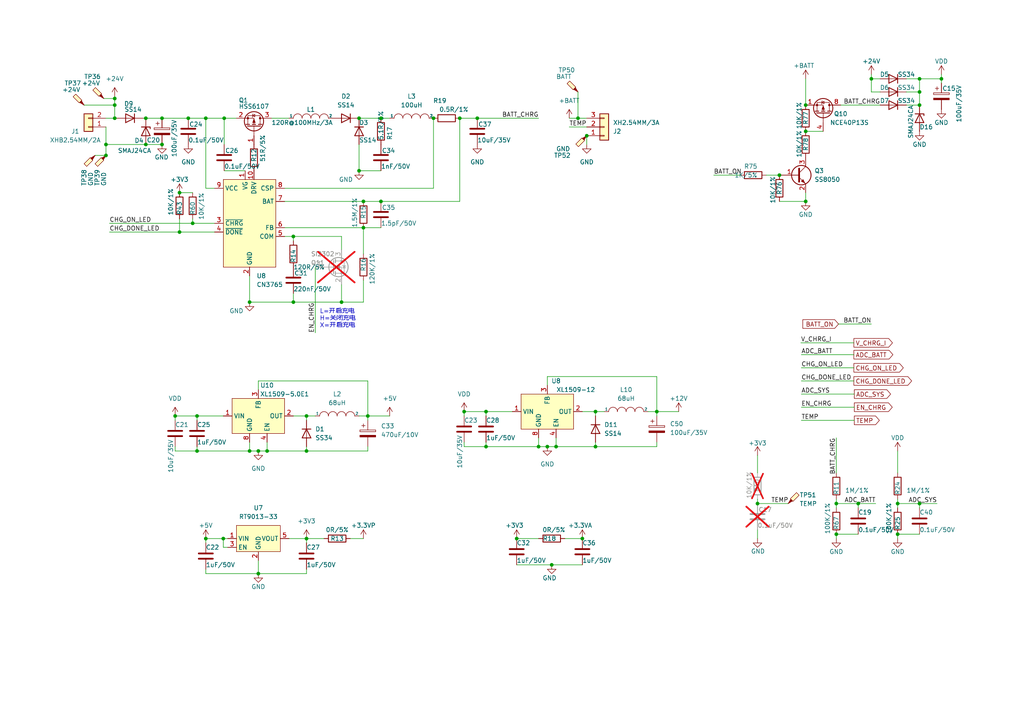
<source format=kicad_sch>
(kicad_sch (version 20231120) (generator "eeschema") (generator_version "8.0")
  (paper "A4")
  (lib_symbols
    (symbol "Connector:TestPoint_Probe" (pin_numbers hide) (pin_names (offset 0.762) hide)
      (property "Reference" "TP" (at 1.651 5.842 0))
      (property "Value" "TestPoint_Probe" (at 1.651 4.064 0))
      (symbol "TestPoint_Probe_1_1"
        (pin passive line (at 0 0 90) (length 0) (name "1") (number "1"))
      )
    )
    (symbol "Connector_Generic:Conn_01x02" (pin_names (offset 1.016) hide)
      (property "Reference" "J" (at 0 2.54 0))
      (property "Value" "Conn_01x02" (at 0 -5.08 0))
      (symbol "Conn_01x02_1_1"
        (pin passive line (at -5.08 0 0) (length 3.81) (name "Pin_1") (number "1"))
        (pin passive line (at -5.08 -2.54 0) (length 3.81) (name "Pin_2") (number "2"))
      )
    )
    (symbol "Connector_Generic:Conn_01x03" (pin_names (offset 1.016) hide)
      (property "Reference" "J" (at 0 5.08 0))
      (property "Value" "Conn_01x03" (at 0 -5.08 0))
      (symbol "Conn_01x03_1_1"
        (pin passive line (at -5.08 2.54 0) (length 3.81) (name "Pin_1") (number "1"))
        (pin passive line (at -5.08 0 0) (length 3.81) (name "Pin_2") (number "2"))
        (pin passive line (at -5.08 -2.54 0) (length 3.81) (name "Pin_3") (number "3"))
      )
    )
    (symbol "Device:C" (pin_numbers hide) (pin_names (offset 0.254))
      (property "Reference" "C" (at 0.635 2.54 0))
      (property "Value" "C" (at 0.635 -2.54 0))
      (symbol "C_1_1"
        (pin passive line (at 0 3.81 270) (length 2.794) (name "~") (number "1"))
        (pin passive line (at 0 -3.81 90) (length 2.794) (name "~") (number "2"))
      )
    )
    (symbol "Device:C_Polarized" (pin_numbers hide) (pin_names (offset 0.254))
      (property "Reference" "C" (at 0.635 2.54 0))
      (property "Value" "C_Polarized" (at 0.635 -2.54 0))
      (symbol "C_Polarized_1_1"
        (pin passive line (at 0 3.81 270) (length 2.794) (name "~") (number "1"))
        (pin passive line (at 0 -3.81 90) (length 2.794) (name "~") (number "2"))
      )
    )
    (symbol "Device:D" (pin_numbers hide) (pin_names (offset 1.016) hide)
      (property "Reference" "D" (at 0 2.54 0))
      (property "Value" "D" (at 0 -2.54 0))
      (symbol "D_1_1"
        (pin passive line (at -3.81 0 0) (length 2.54) (name "K") (number "1"))
        (pin passive line (at 3.81 0 180) (length 2.54) (name "A") (number "2"))
      )
    )
    (symbol "Device:D_Zener" (pin_numbers hide) (pin_names (offset 1.016) hide)
      (property "Reference" "D" (at 0 2.54 0))
      (property "Value" "D_Zener" (at 0 -2.54 0))
      (symbol "D_Zener_1_1"
        (pin passive line (at -3.81 0 0) (length 2.54) (name "K") (number "1"))
        (pin passive line (at 3.81 0 180) (length 2.54) (name "A") (number "2"))
      )
    )
    (symbol "Device:Q_NMOS_GSD" (pin_names (offset 0) hide)
      (property "Reference" "Q" (at 5.08 1.27 0))
      (property "Value" "Q_NMOS_GSD" (at 5.08 -1.27 0))
      (symbol "Q_NMOS_GSD_1_1"
        (pin input line (at -5.08 0 0) (length 2.54) (name "G") (number "1"))
        (pin passive line (at 2.54 -5.08 90) (length 2.54) (name "S") (number "2"))
        (pin passive line (at 2.54 5.08 270) (length 2.54) (name "D") (number "3"))
      )
    )
    (symbol "Device:Q_NPN_BEC" (pin_names (offset 0) hide)
      (property "Reference" "Q" (at 5.08 1.27 0))
      (property "Value" "Q_NPN_BEC" (at 5.08 -1.27 0))
      (symbol "Q_NPN_BEC_1_1"
        (pin input line (at -5.08 0 0) (length 5.715) (name "B") (number "1"))
        (pin passive line (at 2.54 -5.08 90) (length 2.54) (name "E") (number "2"))
        (pin passive line (at 2.54 5.08 270) (length 2.54) (name "C") (number "3"))
      )
    )
    (symbol "Device:Q_PMOS_GSD" (pin_names (offset 0) hide)
      (property "Reference" "Q" (at 5.08 1.27 0))
      (property "Value" "Q_PMOS_GSD" (at 5.08 -1.27 0))
      (symbol "Q_PMOS_GSD_1_1"
        (pin input line (at -5.08 0 0) (length 2.54) (name "G") (number "1"))
        (pin passive line (at 2.54 -5.08 90) (length 2.54) (name "S") (number "2"))
        (pin passive line (at 2.54 5.08 270) (length 2.54) (name "D") (number "3"))
      )
    )
    (symbol "Device:R" (pin_numbers hide) (pin_names (offset 0))
      (property "Reference" "R" (at 2.032 0 90))
      (property "Value" "R" (at 0 0 90))
      (symbol "R_1_1"
        (pin passive line (at 0 3.81 270) (length 1.27) (name "~") (number "1"))
        (pin passive line (at 0 -3.81 90) (length 1.27) (name "~") (number "2"))
      )
    )
    (symbol "Ovo_Power_Management:CN3765"
      (property "Reference" "U" (at 6.35 13.97 0))
      (property "Value" "CN3765" (at -7.62 -13.97 0))
      (symbol "CN3765_1_1"
        (pin power_out line (at -1.27 15.24 270) (length 2.54) (name "VG") (number "1"))
        (pin output line (at 1.27 15.24 270) (length 2.54) (name "DRV") (number "10"))
        (pin power_in line (at 0 -15.24 90) (length 2.54) (name "GND") (number "2"))
        (pin output line (at -10.16 0 0) (length 2.54) (name "~{CHRG}") (number "3"))
        (pin output line (at -10.16 -2.54 0) (length 2.54) (name "~{DONE}") (number "4"))
        (pin passive line (at 10.16 -3.81 180) (length 2.54) (name "COM") (number "5"))
        (pin passive line (at 10.16 -1.27 180) (length 2.54) (name "FB") (number "6"))
        (pin input line (at 10.16 6.35 180) (length 2.54) (name "BAT") (number "7"))
        (pin input line (at 10.16 10.16 180) (length 2.54) (name "CSP") (number "8"))
        (pin power_in line (at -10.16 10.16 0) (length 2.54) (name "VCC") (number "9"))
      )
    )
    (symbol "Ovo_Power_Management:RT9013-xx"
      (property "Reference" "U" (at 0 8.89 0))
      (property "Value" "RT9013-xx" (at 1.27 -10.16 0))
      (symbol "RT9013-xx_1_1"
        (pin power_in line (at -8.89 0 0) (length 2.54) (name "VIN") (number "1"))
        (pin power_in line (at 0 -6.35 90) (length 2.54) (name "GND") (number "2"))
        (pin input line (at -8.89 -2.54 0) (length 2.54) (name "EN") (number "3"))
        (pin passive line (at 8.89 -2.54 180) (length 2.54) hide (name "NC") (number "4"))
        (pin power_out line (at 8.89 0 180) (length 2.54) (name "VOUT") (number "5"))
      )
    )
    (symbol "Ovo_Power_Management:XL1509-xxE1"
      (property "Reference" "U" (at -5.08 6.35 0))
      (property "Value" "XL1509-xxE1" (at 7.62 6.35 0))
      (symbol "XL1509-xxE1_1_1"
        (pin power_in line (at -10.16 0 0) (length 2.54) (name "VIN") (number "1"))
        (pin power_out line (at 10.16 0 180) (length 2.54) (name "OUT") (number "2"))
        (pin input line (at 0 7.62 270) (length 2.54) (name "FB") (number "3"))
        (pin input line (at 2.54 -7.62 90) (length 2.54) (name "EN") (number "4"))
        (pin power_in line (at -2.54 -7.62 90) (length 2.54) hide (name "GND") (number "5"))
        (pin power_in line (at -2.54 -7.62 90) (length 2.54) hide (name "GND") (number "6"))
        (pin power_in line (at -2.54 -7.62 90) (length 2.54) hide (name "GND") (number "7"))
        (pin power_in line (at -2.54 -7.62 90) (length 2.54) (name "GND") (number "8"))
      )
    )
    (symbol "Transistor_FET:FDS9435A" (pin_names hide)
      (property "Reference" "Q" (at 5.08 1.905 0))
      (property "Value" "FDS9435A" (at 5.08 0 0))
      (symbol "FDS9435A_1_1"
        (pin passive line (at 2.54 -5.08 90) (length 2.54) (name "S") (number "1"))
        (pin passive line (at 2.54 -5.08 90) (length 2.54) hide (name "S") (number "2"))
        (pin passive line (at 2.54 -5.08 90) (length 2.54) hide (name "S") (number "3"))
        (pin passive line (at -5.08 0 0) (length 2.54) (name "G") (number "4"))
        (pin passive line (at 2.54 5.08 270) (length 2.54) hide (name "D") (number "5"))
        (pin passive line (at 2.54 5.08 270) (length 2.54) hide (name "D") (number "6"))
        (pin passive line (at 2.54 5.08 270) (length 2.54) hide (name "D") (number "7"))
        (pin passive line (at 2.54 5.08 270) (length 2.54) (name "D") (number "8"))
      )
    )
    (symbol "power:+12V" (power) (pin_names (offset 0))
      (property "Value" "+12V" (at 0 3.556 0))
      (symbol "+12V_1_1"
        (pin power_in line (at 0 0 90) (length 0) hide (name "+12V") (number "1"))
      )
    )
    (symbol "power:+24V" (power) (pin_names (offset 0))
      (property "Value" "+24V" (at 0 3.556 0))
      (symbol "+24V_1_1"
        (pin power_in line (at 0 0 90) (length 0) hide (name "+24V") (number "1"))
      )
    )
    (symbol "power:+3.3VA" (power) (pin_names (offset 0))
      (property "Value" "+3.3VA" (at 0 3.556 0))
      (symbol "+3.3VA_1_1"
        (pin power_in line (at 0 0 90) (length 0) hide (name "+3.3VA") (number "1"))
      )
    )
    (symbol "power:+3.3VP" (power) (pin_names (offset 0))
      (property "Value" "+3.3VP" (at 0 2.54 0))
      (symbol "+3.3VP_0_0"
        (pin power_in line (at 0 0 90) (length 0) hide (name "+3.3VP") (number "1"))
      )
    )
    (symbol "power:+3V3" (power) (pin_names (offset 0))
      (property "Value" "+3V3" (at 0 3.556 0))
      (symbol "+3V3_1_1"
        (pin power_in line (at 0 0 90) (length 0) hide (name "+3V3") (number "1"))
      )
    )
    (symbol "power:+5V" (power) (pin_names (offset 0))
      (property "Value" "+5V" (at 0 3.556 0))
      (symbol "+5V_1_1"
        (pin power_in line (at 0 0 90) (length 0) hide (name "+5V") (number "1"))
      )
    )
    (symbol "power:+BATT" (power) (pin_names (offset 0))
      (property "Value" "+BATT" (at 0 3.556 0))
      (symbol "+BATT_1_1"
        (pin power_in line (at 0 0 90) (length 0) hide (name "+BATT") (number "1"))
      )
    )
    (symbol "power:GND" (power) (pin_names (offset 0))
      (property "Value" "GND" (at 0 -3.81 0))
      (symbol "GND_1_1"
        (pin power_in line (at 0 0 270) (length 0) hide (name "GND") (number "1"))
      )
    )
    (symbol "power:VDD" (power) (pin_names (offset 0))
      (property "Value" "VDD" (at 0 3.81 0))
      (symbol "VDD_1_1"
        (pin power_in line (at 0 0 90) (length 0) hide (name "VDD") (number "1"))
      )
    )
    (symbol "pspice:INDUCTOR" (pin_numbers hide) (pin_names (offset 0))
      (property "Reference" "L" (at 0 2.54 0))
      (property "Value" "INDUCTOR" (at 0 -1.27 0))
      (symbol "INDUCTOR_1_1"
        (pin input line (at -6.35 0 0) (length 1.27) (name "1") (number "1"))
        (pin input line (at 6.35 0 180) (length 1.27) (name "2") (number "2"))
      )
    )
  )
  (junction (at 266.7 26.67))
  (junction (at 273.05 22.86))
  (junction (at 52.07 67.31))
  (junction (at 42.291 41.91))
  (junction (at 55.88 64.77))
  (junction (at 85.09 87.63))
  (junction (at 133.35 34.29))
  (junction (at 64.77 156.21))
  (junction (at 57.15 130.81))
  (junction (at 242.57 146.05))
  (junction (at 167.64 34.29))
  (junction (at 30.734 41.91))
  (junction (at 57.15 120.65))
  (junction (at 226.06 50.8))
  (junction (at 233.68 58.42))
  (junction (at 172.72 129.54))
  (junction (at 30.734 45.085))
  (junction (at 242.57 154.94))
  (junction (at 160.02 163.83))
  (junction (at 33.274 34.29))
  (junction (at 74.93 130.81))
  (junction (at 134.62 119.38))
  (junction (at 219.71 146.05))
  (junction (at 72.39 130.81))
  (junction (at 74.93 166.37))
  (junction (at 105.41 66.04))
  (junction (at 140.97 129.54))
  (junction (at 149.86 156.21))
  (junction (at 88.9 120.65))
  (junction (at 85.09 68.58))
  (junction (at 77.47 130.81))
  (junction (at 59.69 156.21))
  (junction (at 170.18 39.37))
  (junction (at 33.274 28.575))
  (junction (at 168.91 156.21))
  (junction (at 54.61 34.29))
  (junction (at 233.68 30.48))
  (junction (at 59.69 34.29))
  (junction (at 252.73 22.86))
  (junction (at 104.14 49.53))
  (junction (at 65.024 34.29))
  (junction (at 88.9 156.21))
  (junction (at 110.49 58.42))
  (junction (at 190.5 119.38))
  (junction (at 33.274 30.48))
  (junction (at 248.92 146.05))
  (junction (at 104.14 34.29))
  (junction (at 72.39 87.63))
  (junction (at 260.35 154.94))
  (junction (at 161.29 129.54))
  (junction (at 106.68 120.65))
  (junction (at 50.8 120.65))
  (junction (at 156.21 129.54))
  (junction (at 233.68 38.1))
  (junction (at 88.9 130.81))
  (junction (at 266.7 22.86))
  (junction (at 46.99 34.29))
  (junction (at 172.72 119.38))
  (junction (at 266.7 30.48))
  (junction (at 99.06 87.63))
  (junction (at 260.35 146.05))
  (junction (at 46.99 41.91))
  (junction (at 158.75 129.54))
  (junction (at 140.97 119.38))
  (junction (at 125.73 34.29))
  (junction (at 110.49 34.29))
  (junction (at 138.43 34.29))
  (junction (at 52.07 55.88))
  (junction (at 105.41 58.42))
  (junction (at 42.291 34.29))
  (junction (at 266.7 146.05))
  (wire (pts (xy 77.47 130.81) (xy 88.9 130.81)))
  (wire (pts (xy 161.29 129.54) (xy 172.72 129.54)))
  (wire (pts (xy 252.73 22.86) (xy 255.27 22.86)))
  (wire (pts (xy 219.71 146.05) (xy 219.71 144.78)))
  (wire (pts (xy 57.15 130.81) (xy 57.15 129.54)))
  (wire (pts (xy 105.41 66.04) (xy 105.41 73.66)))
  (wire (pts (xy 232.41 114.3) (xy 247.777 114.3)))
  (wire (pts (xy 260.35 154.94) (xy 266.7 154.94)))
  (wire (pts (xy 196.85 119.38) (xy 190.5 119.38)))
  (wire (pts (xy 260.35 156.21) (xy 260.35 154.94)))
  (wire (pts (xy 260.35 146.05) (xy 266.7 146.05)))
  (wire (pts (xy 30.734 41.91) (xy 42.291 41.91)))
  (wire (pts (xy 52.07 55.88) (xy 55.88 55.88)))
  (wire (pts (xy 262.89 26.67) (xy 266.7 26.67)))
  (wire (pts (xy 262.89 30.48) (xy 266.7 30.48)))
  (wire (pts (xy 99.06 68.58) (xy 85.09 68.58)))
  (wire (pts (xy 252.73 21.59) (xy 252.73 22.86)))
  (wire (pts (xy 232.41 121.92) (xy 247.777 121.92)))
  (wire (pts (xy 74.93 110.49) (xy 106.68 110.49)))
  (wire (pts (xy 266.7 147.32) (xy 266.7 146.05)))
  (wire (pts (xy 226.06 58.42) (xy 233.68 58.42)))
  (wire (pts (xy 104.14 49.53) (xy 104.14 41.91)))
  (wire (pts (xy 156.21 129.54) (xy 158.75 129.54)))
  (wire (pts (xy 74.93 130.81) (xy 77.47 130.81)))
  (wire (pts (xy 82.55 66.04) (xy 105.41 66.04)))
  (wire (pts (xy 72.39 87.63) (xy 72.39 80.01)))
  (wire (pts (xy 101.6 156.21) (xy 105.41 156.21)))
  (wire (pts (xy 31.75 67.31) (xy 52.07 67.31)))
  (wire (pts (xy 72.39 130.81) (xy 74.93 130.81)))
  (wire (pts (xy 266.7 26.67) (xy 266.7 30.48)))
  (wire (pts (xy 248.92 146.05) (xy 254 146.05)))
  (wire (pts (xy 190.5 119.38) (xy 187.96 119.38)))
  (wire (pts (xy 105.41 66.04) (xy 110.49 66.04)))
  (wire (pts (xy 134.62 119.38) (xy 140.97 119.38)))
  (wire (pts (xy 242.57 144.78) (xy 242.57 146.05)))
  (wire (pts (xy 30.099 28.575) (xy 33.274 28.575)))
  (wire (pts (xy 30.734 36.83) (xy 30.734 41.91)))
  (wire (pts (xy 207.01 50.8) (xy 214.63 50.8)))
  (wire (pts (xy 85.09 87.63) (xy 85.09 85.09)))
  (wire (pts (xy 175.26 119.38) (xy 172.72 119.38)))
  (wire (pts (xy 77.47 128.27) (xy 77.47 130.81)))
  (wire (pts (xy 161.29 127) (xy 161.29 129.54)))
  (wire (pts (xy 88.9 130.81) (xy 106.68 130.81)))
  (wire (pts (xy 242.57 156.21) (xy 242.57 154.94)))
  (wire (pts (xy 99.06 72.39) (xy 99.06 68.58)))
  (wire (pts (xy 59.69 34.29) (xy 59.69 54.61)))
  (wire (pts (xy 83.82 156.21) (xy 88.9 156.21)))
  (wire (pts (xy 140.97 129.54) (xy 140.97 128.27)))
  (wire (pts (xy 54.61 34.29) (xy 59.69 34.29)))
  (wire (pts (xy 33.274 28.575) (xy 33.274 30.48)))
  (wire (pts (xy 50.8 130.81) (xy 50.8 129.54)))
  (wire (pts (xy 232.41 110.49) (xy 247.65 110.49)))
  (wire (pts (xy 65.024 34.29) (xy 68.58 34.29)))
  (wire (pts (xy 133.35 34.29) (xy 138.43 34.29)))
  (wire (pts (xy 106.68 130.81) (xy 106.68 129.54)))
  (wire (pts (xy 57.15 130.81) (xy 72.39 130.81)))
  (wire (pts (xy 52.07 67.31) (xy 62.23 67.31)))
  (wire (pts (xy 27.559 45.085) (xy 30.734 45.085)))
  (wire (pts (xy 219.71 156.21) (xy 219.71 153.67)))
  (wire (pts (xy 74.93 166.37) (xy 88.9 166.37)))
  (wire (pts (xy 41.529 34.29) (xy 42.291 34.29)))
  (wire (pts (xy 149.86 163.83) (xy 160.02 163.83)))
  (wire (pts (xy 233.68 22.86) (xy 233.68 30.48)))
  (wire (pts (xy 59.69 165.1) (xy 59.69 166.37)))
  (wire (pts (xy 167.64 26.67) (xy 167.64 34.29)))
  (wire (pts (xy 59.69 157.48) (xy 59.69 156.21)))
  (wire (pts (xy 149.86 156.21) (xy 156.21 156.21)))
  (wire (pts (xy 72.39 128.27) (xy 72.39 130.81)))
  (wire (pts (xy 140.97 119.38) (xy 140.97 120.65)))
  (wire (pts (xy 52.07 63.5) (xy 52.07 67.31)))
  (wire (pts (xy 65.024 41.91) (xy 65.024 34.29)))
  (wire (pts (xy 55.88 64.77) (xy 62.23 64.77)))
  (wire (pts (xy 74.93 113.03) (xy 74.93 110.49)))
  (wire (pts (xy 170.18 41.91) (xy 170.18 39.37)))
  (wire (pts (xy 243.205 93.98) (xy 252.73 93.98)))
  (wire (pts (xy 138.43 34.29) (xy 156.21 34.29)))
  (wire (pts (xy 242.57 146.05) (xy 248.92 146.05)))
  (wire (pts (xy 106.68 110.49) (xy 106.68 120.65)))
  (wire (pts (xy 219.71 146.05) (xy 228.6 146.05)))
  (wire (pts (xy 172.72 129.54) (xy 190.5 129.54)))
  (wire (pts (xy 167.64 34.29) (xy 170.18 34.29)))
  (wire (pts (xy 242.57 154.94) (xy 248.92 154.94)))
  (wire (pts (xy 252.73 26.67) (xy 255.27 26.67)))
  (wire (pts (xy 222.25 50.8) (xy 226.06 50.8)))
  (wire (pts (xy 30.734 34.29) (xy 33.274 34.29)))
  (wire (pts (xy 33.274 27.94) (xy 33.274 28.575)))
  (wire (pts (xy 266.7 146.05) (xy 271.78 146.05)))
  (wire (pts (xy 113.03 34.29) (xy 110.49 34.29)))
  (wire (pts (xy 190.5 120.65) (xy 190.5 119.38)))
  (wire (pts (xy 50.8 120.65) (xy 57.15 120.65)))
  (wire (pts (xy 42.291 41.91) (xy 46.99 41.91)))
  (wire (pts (xy 65.024 49.53) (xy 71.12 49.53)))
  (wire (pts (xy 165.1 36.83) (xy 170.18 36.83)))
  (wire (pts (xy 88.9 156.21) (xy 93.98 156.21)))
  (wire (pts (xy 125.73 54.61) (xy 125.73 34.29)))
  (wire (pts (xy 91.44 120.65) (xy 88.9 120.65)))
  (wire (pts (xy 158.75 129.54) (xy 161.29 129.54)))
  (wire (pts (xy 33.274 34.29) (xy 33.909 34.29)))
  (wire (pts (xy 266.7 22.86) (xy 273.05 22.86)))
  (wire (pts (xy 82.55 54.61) (xy 125.73 54.61)))
  (wire (pts (xy 59.69 34.29) (xy 65.024 34.29)))
  (wire (pts (xy 33.274 30.48) (xy 33.274 34.29)))
  (wire (pts (xy 232.41 106.68) (xy 247.65 106.68)))
  (wire (pts (xy 46.99 34.29) (xy 54.61 34.29)))
  (wire (pts (xy 88.9 121.92) (xy 88.9 120.65)))
  (wire (pts (xy 31.75 64.77) (xy 55.88 64.77)))
  (wire (pts (xy 104.14 49.53) (xy 110.49 49.53)))
  (wire (pts (xy 168.91 119.38) (xy 172.72 119.38)))
  (wire (pts (xy 50.8 121.92) (xy 50.8 120.65)))
  (wire (pts (xy 134.62 120.65) (xy 134.62 119.38)))
  (wire (pts (xy 133.35 58.42) (xy 133.35 34.29)))
  (wire (pts (xy 266.7 22.86) (xy 266.7 26.67)))
  (wire (pts (xy 110.49 34.29) (xy 104.14 34.29)))
  (wire (pts (xy 134.62 129.54) (xy 134.62 128.27)))
  (wire (pts (xy 106.68 120.65) (xy 104.14 120.65)))
  (wire (pts (xy 163.83 156.21) (xy 168.91 156.21)))
  (wire (pts (xy 88.9 166.37) (xy 88.9 165.1)))
  (wire (pts (xy 242.57 146.05) (xy 242.57 147.32)))
  (wire (pts (xy 78.74 34.29) (xy 83.82 34.29)))
  (wire (pts (xy 219.71 132.08) (xy 219.71 137.16)))
  (wire (pts (xy 156.21 127) (xy 156.21 129.54)))
  (wire (pts (xy 140.97 119.38) (xy 148.59 119.38)))
  (wire (pts (xy 64.77 156.21) (xy 66.04 156.21)))
  (wire (pts (xy 57.15 120.65) (xy 64.77 120.65)))
  (wire (pts (xy 252.73 22.86) (xy 252.73 26.67)))
  (wire (pts (xy 106.68 121.92) (xy 106.68 120.65)))
  (wire (pts (xy 50.8 130.81) (xy 57.15 130.81)))
  (wire (pts (xy 172.72 129.54) (xy 172.72 128.27)))
  (wire (pts (xy 59.69 166.37) (xy 74.93 166.37)))
  (wire (pts (xy 232.41 118.11) (xy 247.777 118.11)))
  (wire (pts (xy 99.06 87.63) (xy 85.09 87.63)))
  (wire (pts (xy 273.05 21.59) (xy 273.05 22.86)))
  (wire (pts (xy 260.35 130.81) (xy 260.35 137.16)))
  (wire (pts (xy 105.41 87.63) (xy 99.06 87.63)))
  (wire (pts (xy 140.97 129.54) (xy 156.21 129.54)))
  (wire (pts (xy 232.283 99.441) (xy 247.65 99.441)))
  (wire (pts (xy 59.69 156.21) (xy 64.77 156.21)))
  (wire (pts (xy 105.41 58.42) (xy 110.49 58.42)))
  (wire (pts (xy 24.384 30.48) (xy 33.274 30.48)))
  (wire (pts (xy 99.06 82.55) (xy 99.06 87.63)))
  (wire (pts (xy 72.39 87.63) (xy 85.09 87.63)))
  (wire (pts (xy 88.9 156.21) (xy 88.9 157.48)))
  (wire (pts (xy 233.68 58.42) (xy 233.68 55.88)))
  (wire (pts (xy 42.291 34.29) (xy 46.99 34.29)))
  (wire (pts (xy 74.93 162.56) (xy 74.93 166.37)))
  (wire (pts (xy 160.02 163.83) (xy 168.91 163.83)))
  (wire (pts (xy 190.5 129.54) (xy 190.5 128.27)))
  (wire (pts (xy 88.9 130.81) (xy 88.9 129.54)))
  (wire (pts (xy 172.72 120.65) (xy 172.72 119.38)))
  (wire (pts (xy 113.03 120.65) (xy 106.68 120.65)))
  (wire (pts (xy 248.92 147.32) (xy 248.92 146.05)))
  (wire (pts (xy 260.35 144.78) (xy 260.35 146.05)))
  (wire (pts (xy 64.77 158.75) (xy 64.77 156.21)))
  (wire (pts (xy 273.05 22.86) (xy 273.05 24.13)))
  (wire (pts (xy 165.1 34.29) (xy 167.64 34.29)))
  (wire (pts (xy 134.62 129.54) (xy 140.97 129.54)))
  (wire (pts (xy 66.04 158.75) (xy 64.77 158.75)))
  (wire (pts (xy 105.41 81.28) (xy 105.41 87.63)))
  (wire (pts (xy 158.75 111.76) (xy 158.75 109.22)))
  (wire (pts (xy 243.84 30.48) (xy 255.27 30.48)))
  (wire (pts (xy 110.49 58.42) (xy 133.35 58.42)))
  (wire (pts (xy 232.41 102.87) (xy 247.65 102.87)))
  (wire (pts (xy 91.44 77.47) (xy 91.44 96.52)))
  (wire (pts (xy 30.734 45.085) (xy 30.734 41.91)))
  (wire (pts (xy 55.88 63.5) (xy 55.88 64.77)))
  (wire (pts (xy 85.09 120.65) (xy 88.9 120.65)))
  (wire (pts (xy 260.35 146.05) (xy 260.35 147.32)))
  (wire (pts (xy 62.23 54.61) (xy 59.69 54.61)))
  (wire (pts (xy 85.09 69.85) (xy 85.09 68.58)))
  (wire (pts (xy 242.57 127) (xy 242.57 137.16)))
  (wire (pts (xy 262.89 22.86) (xy 266.7 22.86)))
  (wire (pts (xy 158.75 109.22) (xy 190.5 109.22)))
  (wire (pts (xy 57.15 120.65) (xy 57.15 121.92)))
  (wire (pts (xy 82.55 58.42) (xy 105.41 58.42)))
  (wire (pts (xy 233.68 38.1) (xy 238.76 38.1)))
  (wire (pts (xy 190.5 109.22) (xy 190.5 119.38)))
  (wire (pts (xy 82.55 68.58) (xy 85.09 68.58)))
  (text "L=开启充电\nH=关闭充电\nX=开启充电" (at 92.71 95.25 0) (effects (font (size 1.27 1.27)) (justify left bottom)))
  (label "BATT_ON" (at 207.01 50.8 0))
  (label "ADC_BATT" (at 254 146.05 180))
  (label "CHG_DONE_LED" (at 31.75 67.31 0))
  (label "ADC_SYS" (at 232.41 114.3 0))
  (label "CHG_ON_LED" (at 31.75 64.77 0))
  (label "CHG_ON_LED" (at 232.41 106.68 0))
  (label "BATT_CHRG" (at 242.57 127 270))
  (label "CHG_DONE_LED" (at 232.41 110.49 0))
  (label "EN_CHRG" (at 232.41 118.11 0))
  (label "BATT_CHRG" (at 255.27 30.48 180))
  (label "BATT_ON" (at 252.73 93.98 180))
  (label "EN_CHRG" (at 91.44 96.52 90))
  (label "V_CHRG_I" (at 232.283 99.441 0))
  (label "BATT_CHRG" (at 156.21 34.29 180))
  (label "TEMP" (at 165.1 36.83 0))
  (label "ADC_SYS" (at 271.78 146.05 180))
  (label "TEMP" (at 223.647 146.05 0))
  (label "ADC_BATT" (at 232.41 102.87 0))
  (label "TEMP" (at 232.41 121.92 0))
  (global_label "ADC_BATT" (shape output) (at 247.65 102.87 0) (property "Intersheetrefs" "${INTERSHEET_REFS}" (effects (hide yes))))
  (global_label "EN_CHRG" (shape output) (at 247.777 118.11 0) (property "Intersheetrefs" "${INTERSHEET_REFS}" (effects (hide yes))))
  (global_label "CHG_ON_LED" (shape output) (at 247.65 106.68 0) (property "Intersheetrefs" "${INTERSHEET_REFS}" (effects (hide yes))))
  (global_label "TEMP" (shape output) (at 247.777 121.92 0) (property "Intersheetrefs" "${INTERSHEET_REFS}" (effects (hide yes))))
  (global_label "CHG_DONE_LED" (shape output) (at 247.65 110.49 0) (property "Intersheetrefs" "${INTERSHEET_REFS}" (effects (hide yes))))
  (global_label "BATT_ON" (shape input) (at 243.205 93.98 180) (property "Intersheetrefs" "${INTERSHEET_REFS}" (effects (hide yes))))
  (global_label "V_CHRG_I" (shape output) (at 247.65 99.441 0) (property "Intersheetrefs" "${INTERSHEET_REFS}" (effects (hide yes))))
  (global_label "ADC_SYS" (shape output) (at 247.777 114.3 0) (property "Intersheetrefs" "${INTERSHEET_REFS}" (effects (hide yes))))
  (symbol (lib_id "power:GND") (at 170.18 41.91 0) (unit 1)
    (property "Reference" "#PWR0152" (effects (hide yes)))
    (property "Value" "GND" (at 170.18 46.99 0))
  )
  (symbol (lib_id "Device:R") (at 105.41 62.23 0) (unit 1)
    (property "Reference" "R15" (at 105.41 63.5 90) (effects (justify left)))
    (property "Value" "1.5M/1%" (at 102.87 66.04 90) (effects (justify left)))
    (property "Footprint" "Resistor_SMD:R_0603_1608Metric" (effects (hide yes)))
  )
  (symbol (lib_id "Device:R") (at 73.66 45.72 0) (unit 1)
    (property "Reference" "R12" (at 73.66 46.99 90) (effects (justify left)))
    (property "Value" "51R/5%" (at 76.2 46.99 90) (effects (justify left)))
    (property "Footprint" "Resistor_SMD:R_0603_1608Metric" (effects (hide yes)))
  )
  (symbol (lib_id "Device:C") (at 138.43 38.1 0) (unit 1)
    (property "Reference" "C37" (at 138.684 36.068 0) (effects (justify left)))
    (property "Value" "10uF/35V" (at 138.43 40.64 0) (effects (justify left)))
    (property "Footprint" "Capacitor_SMD:C_0805_2012Metric" (effects (hide yes)))
  )
  (symbol (lib_id "power:VDD") (at 273.05 21.59 0) (unit 1)
    (property "Reference" "#PWR0157" (effects (hide yes)))
    (property "Value" "VDD" (at 273.05 17.78 0))
  )
  (symbol (lib_id "Device:C") (at 219.71 149.86 0) (unit 1) (dnp yes)
    (property "Reference" "C17" (at 219.964 147.828 0) (effects (justify left)))
    (property "Value" "0.1uF/50V" (at 219.71 152.4 0) (effects (justify left)))
    (property "Footprint" "Capacitor_SMD:C_0603_1608Metric" (effects (hide yes)))
  )
  (symbol (lib_id "Device:R") (at 218.44 50.8 270) (unit 1)
    (property "Reference" "R75" (at 219.71 48.26 90) (effects (justify right)))
    (property "Value" "1K/5%" (at 219.71 50.8 90) (effects (justify right)))
    (property "Footprint" "Resistor_SMD:R_0603_1608Metric" (effects (hide yes)))
  )
  (symbol (lib_id "Device:C_Polarized") (at 46.99 38.1 0) (unit 1)
    (property "Reference" "C20" (at 42.545 40.64 0) (effects (justify left)))
    (property "Value" "100uF/35V" (at 50.546 45.593 90) (effects (justify left)))
    (property "Footprint" "Capacitor_SMD:CP_Elec_6.3x5.4" (effects (hide yes)))
  )
  (symbol (lib_id "power:GND") (at 54.61 41.91 0) (unit 1)
    (property "Reference" "#PWR0137" (effects (hide yes)))
    (property "Value" "GND" (at 54.61 46.99 0))
  )
  (symbol (lib_id "power:+3V3") (at 52.07 55.88 0) (unit 1)
    (property "Reference" "#PWR02" (effects (hide yes)))
    (property "Value" "+3V3" (at 52.07 52.07 0))
  )
  (symbol (lib_id "Device:C") (at 88.9 161.29 0) (unit 1)
    (property "Reference" "C27" (at 88.9 158.75 0) (effects (justify left)))
    (property "Value" "1uF/50V" (at 88.9 163.83 0) (effects (justify left)))
    (property "Footprint" "Capacitor_SMD:C_0603_1608Metric" (effects (hide yes)))
  )
  (symbol (lib_id "Device:C") (at 168.91 160.02 0) (unit 1)
    (property "Reference" "C36" (at 168.91 157.48 0) (effects (justify left)))
    (property "Value" "1uF/50V" (at 168.91 162.56 0) (effects (justify left)))
    (property "Footprint" "Capacitor_SMD:C_0603_1608Metric" (effects (hide yes)))
  )
  (symbol (lib_id "Device:C") (at 65.024 45.72 0) (unit 1)
    (property "Reference" "C26" (at 65.278 43.688 0) (effects (justify left)))
    (property "Value" "0.1uF/50V" (at 65.024 48.26 0) (effects (justify left)))
    (property "Footprint" "Capacitor_SMD:C_0603_1608Metric" (effects (hide yes)))
  )
  (symbol (lib_id "Device:C_Polarized") (at 190.5 124.46 0) (unit 1)
    (property "Reference" "C50" (at 194.31 122.936 0) (effects (justify left)))
    (property "Value" "100uF/35V" (at 194.31 125.476 0) (effects (justify left)))
    (property "Footprint" "Capacitor_SMD:CP_Elec_6.3x5.4" (effects (hide yes)))
  )
  (symbol (lib_id "Device:C") (at 85.09 81.28 0) (unit 1)
    (property "Reference" "C31" (at 85.344 79.248 0) (effects (justify left)))
    (property "Value" "220nF/50V" (at 85.09 83.82 0) (effects (justify left)))
    (property "Footprint" "Capacitor_SMD:C_0603_1608Metric" (effects (hide yes)))
  )
  (symbol (lib_id "Device:R") (at 52.07 59.69 180) (unit 1)
    (property "Reference" "R43" (at 52.07 58.42 90) (effects (justify left)))
    (property "Value" "10K/1%" (at 49.53 54.61 90) (effects (justify left)))
    (property "Footprint" "Resistor_SMD:R_0603_1608Metric" (effects (hide yes)))
  )
  (symbol (lib_id "Device:D") (at 259.08 26.67 180) (unit 1)
    (property "Reference" "D6" (at 256.54 25.4 0))
    (property "Value" "SS34" (at 262.89 25.4 0))
    (property "Footprint" "Diode_SMD:D_SMA" (effects (hide yes)))
  )
  (symbol (lib_id "power:VDD") (at 134.62 119.38 0) (unit 1)
    (property "Reference" "#PWR05" (effects (hide yes)))
    (property "Value" "VDD" (at 134.62 114.3 0))
  )
  (symbol (lib_id "power:GND") (at 160.02 163.83 0) (unit 1)
    (property "Reference" "#PWR0133" (effects (hide yes)))
    (property "Value" "GND" (at 159.385 167.64 0))
  )
  (symbol (lib_id "Device:C") (at 50.8 125.73 0) (unit 1)
    (property "Reference" "C21" (at 50.8 123.19 0) (effects (justify left)))
    (property "Value" "10uF/35V" (at 49.53 137.16 90) (effects (justify left)))
    (property "Footprint" "Capacitor_SMD:C_0805_2012Metric" (effects (hide yes)))
  )
  (symbol (lib_id "Device:R") (at 97.79 156.21 90) (unit 1)
    (property "Reference" "R13" (at 97.79 156.21 90))
    (property "Value" "0R/5%" (at 97.79 153.67 90))
    (property "Footprint" "Resistor_SMD:R_0603_1608Metric" (effects (hide yes)))
  )
  (symbol (lib_id "Device:C") (at 149.86 160.02 0) (unit 1)
    (property "Reference" "C32" (at 149.86 157.48 0) (effects (justify left)))
    (property "Value" "1uF/50V" (at 149.86 162.56 0) (effects (justify left)))
    (property "Footprint" "Capacitor_SMD:C_0603_1608Metric" (effects (hide yes)))
  )
  (symbol (lib_id "Connector:TestPoint_Probe") (at 24.384 30.48 90) (unit 1)
    (property "Reference" "TP37" (at 18.669 24.13 90) (effects (justify right)))
    (property "Value" "+24V" (at 18.034 26.035 90) (effects (justify right)))
    (property "Footprint" "TestPoint:TestPoint_Pad_D1.0mm" (effects (hide yes)))
  )
  (symbol (lib_id "Device:D") (at 104.14 38.1 270) (unit 1)
    (property "Reference" "D3" (at 104.14 35.56 90) (effects (justify left)))
    (property "Value" "SS14" (at 104.14 40.64 90) (effects (justify left)))
    (property "Footprint" "Diode_SMD:D_SOD-123" (effects (hide yes)))
  )
  (symbol (lib_id "power:+5V") (at 113.03 120.65 0) (unit 1)
    (property "Reference" "#PWR0145" (effects (hide yes)))
    (property "Value" "+5V" (at 113.03 115.57 0))
  )
  (symbol (lib_id "pspice:INDUCTOR") (at 90.17 34.29 0) (unit 1)
    (property "Reference" "L1" (at 90.17 31.75 0))
    (property "Value" "120R@100MHz/3A" (at 87.63 35.56 0))
    (property "Footprint" "Inductor_SMD:L_1206_3216Metric" (effects (hide yes)))
  )
  (symbol (lib_id "Ovo_Power_Management:XL1509-xxE1") (at 74.93 120.65 0) (unit 1)
    (property "Reference" "U10" (at 77.47 111.76 0))
    (property "Value" "XL1509-5.0E1" (at 82.55 114.3 0))
    (property "Footprint" "Package_SO:SOIC-8_3.9x4.9mm_P1.27mm" (effects (hide yes)))
  )
  (symbol (lib_id "power:GND") (at 46.99 41.91 0) (unit 1)
    (property "Reference" "#PWR0138" (effects (hide yes)))
    (property "Value" "GND" (at 46.863 45.593 0))
  )
  (symbol (lib_id "Device:R") (at 233.68 41.91 180) (unit 1)
    (property "Reference" "R78" (at 233.68 43.815 90) (effects (justify right)))
    (property "Value" "10K/1%" (at 231.775 45.72 90) (effects (justify right)))
    (property "Footprint" "Resistor_SMD:R_0603_1608Metric" (effects (hide yes)))
  )
  (symbol (lib_id "pspice:INDUCTOR") (at 181.61 119.38 0) (unit 1)
    (property "Reference" "L10" (at 181.61 113.03 0))
    (property "Value" "68uH" (at 181.61 115.57 0))
    (property "Footprint" "Ovo_Inductor_SMD:L_GZJ_CD54" (effects (hide yes)))
  )
  (symbol (lib_id "power:GND") (at 158.75 129.54 0) (unit 1)
    (property "Reference" "#PWR06" (effects (hide yes)))
    (property "Value" "GND" (at 158.75 134.62 0))
  )
  (symbol (lib_id "Device:C") (at 140.97 124.46 0) (unit 1)
    (property "Reference" "C28" (at 140.97 121.92 0) (effects (justify left)))
    (property "Value" "1uF/50V" (at 140.97 127 0) (effects (justify left)))
    (property "Footprint" "Capacitor_SMD:C_0603_1608Metric" (effects (hide yes)))
  )
  (symbol (lib_id "Device:Q_PMOS_GSD") (at 73.66 36.83 270) (mirror x) (unit 1)
    (property "Reference" "Q1" (at 70.612 29.083 90))
    (property "Value" "HSS6107" (at 73.66 30.861 90))
    (property "Footprint" "Package_TO_SOT_SMD:SOT-23" (effects (hide yes)))
  )
  (symbol (lib_id "power:VDD") (at 50.8 120.65 0) (unit 1)
    (property "Reference" "#PWR0144" (effects (hide yes)))
    (property "Value" "VDD" (at 50.8 115.57 0))
  )
  (symbol (lib_id "Device:C") (at 248.92 151.13 0) (unit 1)
    (property "Reference" "C19" (at 248.92 148.59 0) (effects (justify left)))
    (property "Value" "0.1uF/50V" (at 248.92 153.67 0) (effects (justify left)))
    (property "Footprint" "Capacitor_SMD:C_0603_1608Metric" (effects (hide yes)))
  )
  (symbol (lib_id "power:GND") (at 104.14 49.53 0) (unit 1)
    (property "Reference" "#PWR0136" (effects (hide yes)))
    (property "Value" "GND" (at 100.33 52.07 0))
  )
  (symbol (lib_id "Device:C") (at 134.62 124.46 0) (unit 1)
    (property "Reference" "C23" (at 134.62 121.92 0) (effects (justify left)))
    (property "Value" "10uF/35V" (at 133.35 135.89 90) (effects (justify left)))
    (property "Footprint" "Capacitor_SMD:C_0805_2012Metric" (effects (hide yes)))
  )
  (symbol (lib_id "Device:C") (at 110.49 45.72 0) (unit 1)
    (property "Reference" "C34" (at 110.744 43.688 0) (effects (justify left)))
    (property "Value" "1nF/50V" (at 110.49 48.26 0) (effects (justify left)))
    (property "Footprint" "Capacitor_SMD:C_0603_1608Metric" (effects (hide yes)))
  )
  (symbol (lib_id "power:+3.3VA") (at 168.91 156.21 0) (unit 1)
    (property "Reference" "#PWR0134" (effects (hide yes)))
    (property "Value" "+3.3VA" (at 168.275 152.4 0))
  )
  (symbol (lib_id "Device:Q_NPN_BEC") (at 231.14 50.8 0) (unit 1)
    (property "Reference" "Q3" (at 236.22 49.5299 0) (effects (justify left)))
    (property "Value" "SS8050" (at 236.22 52.0699 0) (effects (justify left)))
    (property "Footprint" "Package_TO_SOT_SMD:SOT-23" (effects (hide yes)))
  )
  (symbol (lib_id "Device:R") (at 260.35 151.13 0) (unit 1)
    (property "Reference" "R25" (at 260.35 153.67 90) (effects (justify left)))
    (property "Value" "100K/1%" (at 257.81 154.94 90) (effects (justify left)))
    (property "Footprint" "Resistor_SMD:R_0603_1608Metric" (effects (hide yes)))
  )
  (symbol (lib_id "power:GND") (at 72.39 87.63 0) (unit 1)
    (property "Reference" "#PWR027" (effects (hide yes)))
    (property "Value" "GND" (at 68.58 90.17 0))
  )
  (symbol (lib_id "Device:D") (at 88.9 125.73 270) (unit 1)
    (property "Reference" "D1" (at 91.44 124.4599 90) (effects (justify left)))
    (property "Value" "SS34" (at 91.44 126.9999 90) (effects (justify left)))
    (property "Footprint" "Diode_SMD:D_SMA" (effects (hide yes)))
  )
  (symbol (lib_id "Connector:TestPoint_Probe") (at 228.6 146.05 0) (unit 1)
    (property "Reference" "TP51" (at 231.902 143.5734 0) (effects (justify left)))
    (property "Value" "TEMP" (at 231.902 146.1134 0) (effects (justify left)))
    (property "Footprint" "TestPoint:TestPoint_Pad_D1.0mm" (effects (hide yes)))
  )
  (symbol (lib_id "Ovo_Power_Management:CN3765") (at 72.39 64.77 0) (unit 1)
    (property "Reference" "U8" (at 74.4094 80.01 0) (effects (justify left)))
    (property "Value" "CN3765" (at 74.4094 82.55 0) (effects (justify left)))
    (property "Footprint" "Ovo_Package_SO:SSOP-10_3.9x4.9mm_P1.00mm" (effects (hide yes)))
  )
  (symbol (lib_id "Device:R") (at 233.68 34.29 180) (unit 1)
    (property "Reference" "R77" (at 233.68 36.195 90) (effects (justify right)))
    (property "Value" "10K/1%" (at 231.775 37.465 90) (effects (justify right)))
    (property "Footprint" "Resistor_SMD:R_0603_1608Metric" (effects (hide yes)))
  )
  (symbol (lib_id "pspice:INDUCTOR") (at 97.79 120.65 0) (unit 1)
    (property "Reference" "L2" (at 97.79 114.3 0))
    (property "Value" "68uH" (at 97.79 116.84 0))
    (property "Footprint" "Ovo_Inductor_SMD:L_GZJ_CD75" (effects (hide yes)))
  )
  (symbol (lib_id "Device:D") (at 100.33 34.29 180) (unit 1)
    (property "Reference" "D2" (at 100.33 27.94 0))
    (property "Value" "SS14" (at 100.33 30.48 0))
    (property "Footprint" "Diode_SMD:D_SOD-123" (effects (hide yes)))
  )
  (symbol (lib_id "power:GND") (at 219.71 156.21 0) (unit 1)
    (property "Reference" "#PWR015" (effects (hide yes)))
    (property "Value" "GND" (at 219.837 159.893 0))
  )
  (symbol (lib_id "Device:R") (at 55.88 59.69 180) (unit 1)
    (property "Reference" "R60" (at 55.88 58.42 90) (effects (justify left)))
    (property "Value" "10K/1%" (at 58.42 55.88 90) (effects (justify left)))
    (property "Footprint" "Resistor_SMD:R_0603_1608Metric" (effects (hide yes)))
  )
  (symbol (lib_id "power:GND") (at 233.68 58.42 0) (unit 1)
    (property "Reference" "#PWR0223" (effects (hide yes)))
    (property "Value" "GND" (at 233.68 62.23 0))
  )
  (symbol (lib_id "power:GND") (at 242.57 156.21 0) (unit 1)
    (property "Reference" "#PWR019" (effects (hide yes)))
    (property "Value" "GND" (at 242.57 160.02 0))
  )
  (symbol (lib_id "Ovo_Power_Management:RT9013-xx") (at 74.93 156.21 0) (unit 1)
    (property "Reference" "U7" (at 74.93 147.32 0))
    (property "Value" "RT9013-33" (at 74.93 149.86 0))
    (property "Footprint" "Package_TO_SOT_SMD:SOT-23-5" (effects (hide yes)))
  )
  (symbol (lib_id "Device:R") (at 129.54 34.29 90) (unit 1)
    (property "Reference" "R19" (at 129.54 29.21 90) (effects (justify left)))
    (property "Value" "0.5R/1%" (at 135.89 31.75 90) (effects (justify left)))
    (property "Footprint" "Resistor_SMD:R_1206_3216Metric" (effects (hide yes)))
  )
  (symbol (lib_id "Device:R") (at 160.02 156.21 90) (unit 1)
    (property "Reference" "R18" (at 159.385 156.21 90))
    (property "Value" "0R/5%" (at 160.655 153.67 90))
    (property "Footprint" "Resistor_SMD:R_0603_1608Metric" (effects (hide yes)))
  )
  (symbol (lib_id "Device:D") (at 259.08 22.86 180) (unit 1)
    (property "Reference" "D5" (at 256.54 21.59 0))
    (property "Value" "SS34" (at 262.89 21.59 0))
    (property "Footprint" "Diode_SMD:D_SMA" (effects (hide yes)))
  )
  (symbol (lib_id "Device:D") (at 37.719 34.29 180) (unit 1)
    (property "Reference" "D9" (at 37.338 30.099 0))
    (property "Value" "SS14" (at 38.608 31.75 0))
    (property "Footprint" "Diode_SMD:D_SOD-123" (effects (hide yes)))
  )
  (symbol (lib_id "Ovo_Power_Management:XL1509-xxE1") (at 158.75 119.38 0) (unit 1)
    (property "Reference" "U8" (at 161.29 110.49 0))
    (property "Value" "XL1509-12" (at 167.005 113.03 0))
    (property "Footprint" "Package_SO:SOIC-8_3.9x4.9mm_P1.27mm" (effects (hide yes)))
  )
  (symbol (lib_id "power:GND") (at 74.93 166.37 0) (unit 1)
    (property "Reference" "#PWR0147" (effects (hide yes)))
    (property "Value" "GND" (at 74.93 170.18 0))
  )
  (symbol (lib_id "Device:C") (at 57.15 125.73 0) (unit 1)
    (property "Reference" "C25" (at 57.15 123.19 0) (effects (justify left)))
    (property "Value" "1uF/50V" (at 57.15 128.27 0) (effects (justify left)))
    (property "Footprint" "Capacitor_SMD:C_0603_1608Metric" (effects (hide yes)))
  )
  (symbol (lib_id "Device:R") (at 242.57 151.13 0) (unit 1)
    (property "Reference" "R67" (at 242.57 153.67 90) (effects (justify left)))
    (property "Value" "100K/1%" (at 240.03 154.94 90) (effects (justify left)))
    (property "Footprint" "Resistor_SMD:R_0603_1608Metric" (effects (hide yes)))
  )
  (symbol (lib_id "Device:R") (at 110.49 38.1 0) (unit 1)
    (property "Reference" "R17" (at 113.03 40.64 90) (effects (justify left)))
    (property "Value" "5.1R/5%" (at 110.49 40.64 90) (effects (justify left)))
    (property "Footprint" "Resistor_SMD:R_0603_1608Metric" (effects (hide yes)))
  )
  (symbol (lib_id "power:GND") (at 273.05 31.75 0) (unit 1)
    (property "Reference" "#PWR017" (effects (hide yes)))
    (property "Value" "GND" (at 273.05 35.56 0))
  )
  (symbol (lib_id "Device:R") (at 85.09 73.66 0) (unit 1)
    (property "Reference" "R14" (at 85.09 76.2 90) (effects (justify left)))
    (property "Value" "120R/5%" (at 85.09 77.47 0) (effects (justify left)))
    (property "Footprint" "Resistor_SMD:R_0603_1608Metric" (effects (hide yes)))
  )
  (symbol (lib_id "Device:R") (at 105.41 77.47 0) (unit 1)
    (property "Reference" "R16" (at 105.41 78.74 90) (effects (justify left)))
    (property "Value" "120K/1%" (at 107.95 82.55 90) (effects (justify left)))
    (property "Footprint" "Resistor_SMD:R_0603_1608Metric" (effects (hide yes)))
  )
  (symbol (lib_id "Connector:TestPoint_Probe") (at 27.559 45.085 180) (unit 1)
    (property "Reference" "TP38" (at 24.384 53.975 90) (effects (justify right)))
    (property "Value" "GND" (at 26.289 53.975 90) (effects (justify right)))
    (property "Footprint" "TestPoint:TestPoint_Pad_D1.0mm" (effects (hide yes)))
  )
  (symbol (lib_id "Device:D") (at 172.72 124.46 270) (unit 1)
    (property "Reference" "D11" (at 175.26 123.1899 90) (effects (justify left)))
    (property "Value" "SS14" (at 175.26 125.7299 90) (effects (justify left)))
    (property "Footprint" "Diode_SMD:D_SOD-123" (effects (hide yes)))
  )
  (symbol (lib_id "Device:D") (at 259.08 30.48 180) (unit 1)
    (property "Reference" "D7" (at 256.54 29.21 0))
    (property "Value" "SS34" (at 262.89 29.21 0))
    (property "Footprint" "Diode_SMD:D_SMA" (effects (hide yes)))
  )
  (symbol (lib_id "pspice:INDUCTOR") (at 119.38 34.29 0) (unit 1)
    (property "Reference" "L3" (at 119.38 27.94 0))
    (property "Value" "100uH" (at 119.38 30.48 0))
    (property "Footprint" "Ovo_Inductor_SMD:L_GZJ_WNR6045" (effects (hide yes)))
  )
  (symbol (lib_id "power:GND") (at 260.35 156.21 0) (unit 1)
    (property "Reference" "#PWR0155" (effects (hide yes)))
    (property "Value" "GND" (at 260.35 160.02 0))
  )
  (symbol (lib_id "Device:D_Zener") (at 266.7 34.29 270) (unit 1)
    (property "Reference" "D16" (at 266.7 36.83 90) (effects (justify left)))
    (property "Value" "SMAJ24CA" (at 264.16 30.48 0) (effects (justify left)))
    (property "Footprint" "Diode_SMD:D_SMA" (effects (hide yes)))
  )
  (symbol (lib_id "Device:C") (at 266.7 151.13 0) (unit 1)
    (property "Reference" "C40" (at 266.7 148.59 0) (effects (justify left)))
    (property "Value" "0.1uF/50V" (at 266.7 153.67 0) (effects (justify left)))
    (property "Footprint" "Capacitor_SMD:C_0603_1608Metric" (effects (hide yes)))
  )
  (symbol (lib_id "power:+BATT") (at 233.68 22.86 0) (unit 1)
    (property "Reference" "#PWR0154" (effects (hide yes)))
    (property "Value" "+BATT" (at 236.22 19.05 0) (effects (justify right)))
  )
  (symbol (lib_id "Device:R") (at 219.71 140.97 0) (unit 1) (dnp yes)
    (property "Reference" "R10" (at 219.583 142.748 90) (effects (justify left)))
    (property "Value" "10K/1%" (at 217.297 144.653 90) (effects (justify left)))
    (property "Footprint" "Resistor_SMD:R_0603_1608Metric" (effects (hide yes)))
  )
  (symbol (lib_id "Device:R") (at 242.57 140.97 0) (unit 1)
    (property "Reference" "R11" (at 242.57 143.51 90) (effects (justify left)))
    (property "Value" "1M/1%" (at 245.11 142.2399 0) (effects (justify left)))
    (property "Footprint" "Resistor_SMD:R_0603_1608Metric" (effects (hide yes)))
  )
  (symbol (lib_id "Device:C") (at 54.61 38.1 0) (unit 1)
    (property "Reference" "C24" (at 54.864 36.068 0) (effects (justify left)))
    (property "Value" "0.1uF/50V" (at 54.61 40.64 0) (effects (justify left)))
    (property "Footprint" "Capacitor_SMD:C_0603_1608Metric" (effects (hide yes)))
  )
  (symbol (lib_id "Device:Q_NMOS_GSD") (at 96.52 77.47 0) (unit 1) (dnp yes)
    (property "Reference" "Q11" (at 90.17 76.2 0) (effects (justify left)))
    (property "Value" "SI2302" (at 90.17 73.66 0) (effects (justify left)))
    (property "Footprint" "Package_TO_SOT_SMD:SOT-23" (effects (hide yes)))
  )
  (symbol (lib_id "power:+3.3VP") (at 105.41 156.21 0) (unit 1)
    (property "Reference" "#PWR0142" (effects (hide yes)))
    (property "Value" "+3.3VP" (at 105.41 152.4 0))
  )
  (symbol (lib_id "Connector:TestPoint_Probe") (at 30.099 28.575 90) (unit 1)
    (property "Reference" "TP36" (at 24.384 22.225 90) (effects (justify right)))
    (property "Value" "+24V" (at 23.749 24.13 90) (effects (justify right)))
    (property "Footprint" "TestPoint:TestPoint_Pad_D1.0mm" (effects (hide yes)))
  )
  (symbol (lib_id "Connector_Generic:Conn_01x02") (at 25.654 36.83 180) (unit 1)
    (property "Reference" "J1" (at 21.844 38.1 0))
    (property "Value" "XHB2.54MM/2A" (at 21.844 40.64 0))
    (property "Footprint" "Connector_JST:JST_XH_B2B-XH-A_1x02_P2.50mm_Vertical" (effects (hide yes)))
  )
  (symbol (lib_id "power:+3V3") (at 88.9 156.21 0) (unit 1)
    (property "Reference" "#PWR0141" (effects (hide yes)))
    (property "Value" "+3V3" (at 88.9 151.13 0))
  )
  (symbol (lib_id "Connector:TestPoint_Probe") (at 167.64 26.67 90) (unit 1)
    (property "Reference" "TP50" (at 161.925 20.32 90) (effects (justify right)))
    (property "Value" "BATT" (at 161.29 22.225 90) (effects (justify right)))
    (property "Footprint" "TestPoint:TestPoint_Pad_D1.0mm" (effects (hide yes)))
  )
  (symbol (lib_id "Device:D_Zener") (at 42.291 38.1 270) (unit 1)
    (property "Reference" "D4" (at 38.989 40.767 90) (effects (justify left)))
    (property "Value" "SMAJ24CA" (at 34.163 43.688 90) (effects (justify left)))
    (property "Footprint" "Diode_SMD:D_SMA" (effects (hide yes)))
  )
  (symbol (lib_id "power:+3V3") (at 219.71 132.08 0) (unit 1)
    (property "Reference" "#PWR011" (effects (hide yes)))
    (property "Value" "+3V3" (at 219.71 128.524 0))
  )
  (symbol (lib_id "Device:R") (at 226.06 54.61 180) (unit 1)
    (property "Reference" "R76" (at 226.06 56.515 90) (effects (justify right)))
    (property "Value" "10K/1%" (at 224.155 59.055 90) (effects (justify right)))
    (property "Footprint" "Resistor_SMD:R_0603_1608Metric" (effects (hide yes)))
  )
  (symbol (lib_id "power:GND") (at 266.7 38.1 0) (unit 1)
    (property "Reference" "#PWR0163" (effects (hide yes)))
    (property "Value" "GND" (at 266.7 41.91 0))
  )
  (symbol (lib_id "Device:C_Polarized") (at 106.68 125.73 0) (unit 1)
    (property "Reference" "C33" (at 110.49 123.5709 0) (effects (justify left)))
    (property "Value" "470uF/10V" (at 110.49 126.1109 0) (effects (justify left)))
    (property "Footprint" "Capacitor_SMD:CP_Elec_6.3x7.7" (effects (hide yes)))
  )
  (symbol (lib_id "power:GND") (at 74.93 130.81 0) (unit 1)
    (property "Reference" "#PWR0143" (effects (hide yes)))
    (property "Value" "GND" (at 74.93 135.89 0))
  )
  (symbol (lib_id "Connector_Generic:Conn_01x03") (at 175.26 36.83 0) (mirror x) (unit 1)
    (property "Reference" "J2" (at 177.8 38.1001 0) (effects (justify left)))
    (property "Value" "XH2.54MM/3A" (at 177.8 35.5601 0) (effects (justify left)))
    (property "Footprint" "Connector_JST:JST_XH_B3B-XH-A_1x03_P2.50mm_Vertical" (effects (hide yes)))
  )
  (symbol (lib_id "Connector:TestPoint_Probe") (at 170.18 39.37 180) (unit 1)
    (property "Reference" "TP52" (at 160.655 45.085 0) (effects (justify right)))
    (property "Value" "GND" (at 161.29 43.18 0) (effects (justify right)))
    (property "Footprint" "TestPoint:TestPoint_Pad_D1.0mm" (effects (hide yes)))
  )
  (symbol (lib_id "Device:C_Polarized") (at 273.05 27.94 0) (unit 1)
    (property "Reference" "C15" (at 273.304 25.654 0) (effects (justify left)))
    (property "Value" "100uF/35V" (at 278.13 35.56 90) (effects (justify left)))
    (property "Footprint" "Capacitor_SMD:CP_Elec_6.3x5.4" (effects (hide yes)))
  )
  (symbol (lib_id "power:+5V") (at 59.69 156.21 0) (unit 1)
    (property "Reference" "#PWR0146" (effects (hide yes)))
    (property "Value" "+5V" (at 59.69 152.4 0))
  )
  (symbol (lib_id "power:+BATT") (at 165.1 34.29 0) (unit 1)
    (property "Reference" "#PWR0151" (effects (hide yes)))
    (property "Value" "+BATT" (at 165.1 29.21 0))
  )
  (symbol (lib_id "Transistor_FET:FDS9435A") (at 238.76 33.02 270) (mirror x) (unit 1)
    (property "Reference" "Q10" (at 243.84 33.02 90))
    (property "Value" "NCE40P13S" (at 246.38 35.56 90))
    (property "Footprint" "Package_SO:SOIC-8_3.9x4.9mm_P1.27mm" (effects (hide yes)))
    (property "Datasheet" "https://www.onsemi.com/pub/Collateral/FDS9435A-D.PDF" (effects (hide yes)))
  )
  (symbol (lib_id "power:+12V") (at 196.85 119.38 0) (unit 1)
    (property "Reference" "#PWR07" (effects (hide yes)))
    (property "Value" "+12V" (at 196.85 115.57 0))
  )
  (symbol (lib_id "power:+3V3") (at 149.86 156.21 0) (unit 1)
    (property "Reference" "#PWR0132" (effects (hide yes)))
    (property "Value" "+3V3" (at 149.225 152.4 0))
  )
  (symbol (lib_id "power:+24V") (at 33.274 27.94 0) (unit 1)
    (property "Reference" "#PWR0140" (effects (hide yes)))
    (property "Value" "+24V" (at 33.274 22.86 0))
  )
  (symbol (lib_id "power:VDD") (at 260.35 130.81 0) (unit 1)
    (property "Reference" "#PWR0158" (effects (hide yes)))
    (property "Value" "VDD" (at 260.35 127 0))
  )
  (symbol (lib_id "Connector:TestPoint_Probe") (at 30.734 45.085 180) (unit 1)
    (property "Reference" "TP39" (at 28.194 53.975 90) (effects (justify right)))
    (property "Value" "GND" (at 30.099 53.975 90) (effects (justify right)))
    (property "Footprint" "TestPoint:TestPoint_Pad_D1.0mm" (effects (hide yes)))
  )
  (symbol (lib_id "power:GND") (at 138.43 41.91 0) (unit 1)
    (property "Reference" "#PWR0150" (effects (hide yes)))
    (property "Value" "GND" (at 138.43 46.99 0))
  )
  (symbol (lib_id "Device:C") (at 110.49 62.23 0) (unit 1)
    (property "Reference" "C35" (at 110.744 60.198 0) (effects (justify left)))
    (property "Value" "1.5pF/50V" (at 110.49 64.77 0) (effects (justify left)))
    (property "Footprint" "Capacitor_SMD:C_0603_1608Metric" (effects (hide yes)))
  )
  (symbol (lib_id "Device:R") (at 260.35 140.97 0) (unit 1)
    (property "Reference" "R24" (at 260.35 143.51 90) (effects (justify left)))
    (property "Value" "1M/1%" (at 262.89 142.2399 0) (effects (justify left)))
    (property "Footprint" "Resistor_SMD:R_0603_1608Metric" (effects (hide yes)))
  )
  (symbol (lib_id "Device:C") (at 59.69 161.29 0) (unit 1)
    (property "Reference" "C22" (at 59.69 158.75 0) (effects (justify left)))
    (property "Value" "1uF/50V" (at 59.69 163.83 0) (effects (justify left)))
    (property "Footprint" "Capacitor_SMD:C_0603_1608Metric" (effects (hide yes)))
  )
  (symbol (lib_id "power:+24V") (at 252.73 21.59 0) (unit 1)
    (property "Reference" "#PWR016" (effects (hide yes)))
    (property "Value" "+24V" (at 252.73 17.78 0))
  )
)
</source>
